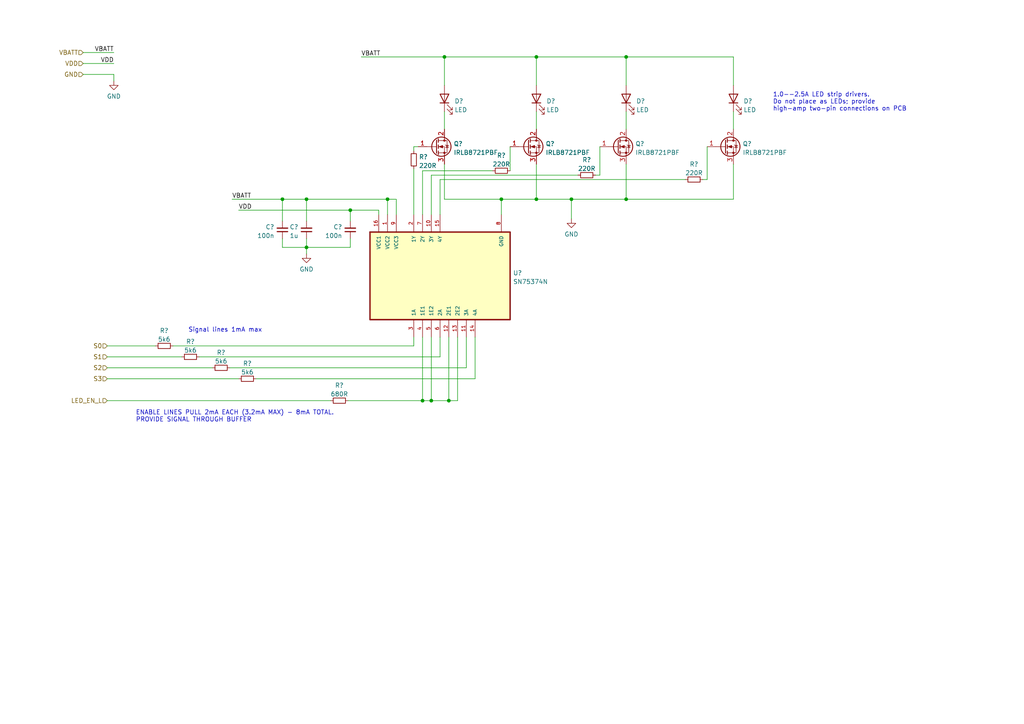
<source format=kicad_sch>
(kicad_sch (version 20211123) (generator eeschema)

  (uuid 1c54b71a-a5ef-4462-b363-c91e4e7cea2b)

  (paper "A4")

  (lib_symbols
    (symbol "Aaron-MOSFET-Drivers:SN75374N" (pin_names (offset 1.016)) (in_bom yes) (on_board yes)
      (property "Reference" "U" (id 0) (at -12.7 21.3106 0)
        (effects (font (size 1.27 1.27)) (justify left bottom))
      )
      (property "Value" "SN75374N" (id 1) (at -12.7 -24.3078 0)
        (effects (font (size 1.27 1.27)) (justify left bottom))
      )
      (property "Footprint" "Aaron_TI_Parts:TI_N_R-PDIP-T16" (id 2) (at 0 0 0)
        (effects (font (size 1.27 1.27)) (justify left bottom) hide)
      )
      (property "Datasheet" "https://www.ti.com/lit/ds/symlink/sn75374.pdf" (id 3) (at 0 0 0)
        (effects (font (size 1.27 1.27)) (justify left bottom) hide)
      )
      (property "ki_keywords" "MOSFET Power" (id 4) (at 0 0 0)
        (effects (font (size 1.27 1.27)) hide)
      )
      (property "ki_description" "Quad MOSFET Driver (inverting)" (id 5) (at 0 0 0)
        (effects (font (size 1.27 1.27)) hide)
      )
      (symbol "SN75374N_0_0"
        (rectangle (start -12.7 -20.32) (end 12.7 20.32)
          (stroke (width 0.4064) (type default) (color 0 0 0 0))
          (fill (type background))
        )
        (pin power_in line (at 17.78 15.24 180) (length 5.08)
          (name "VCC2" (effects (font (size 1.016 1.016))))
          (number "1" (effects (font (size 1.016 1.016))))
        )
        (pin output line (at 17.78 2.54 180) (length 5.08)
          (name "3Y" (effects (font (size 1.016 1.016))))
          (number "10" (effects (font (size 1.016 1.016))))
        )
        (pin input line (at -17.78 -7.62 0) (length 5.08)
          (name "3A" (effects (font (size 1.016 1.016))))
          (number "11" (effects (font (size 1.016 1.016))))
        )
        (pin input line (at -17.78 -2.54 0) (length 5.08)
          (name "2E1" (effects (font (size 1.016 1.016))))
          (number "12" (effects (font (size 1.016 1.016))))
        )
        (pin input line (at -17.78 -5.08 0) (length 5.08)
          (name "2E2" (effects (font (size 1.016 1.016))))
          (number "13" (effects (font (size 1.016 1.016))))
        )
        (pin input line (at -17.78 -10.16 0) (length 5.08)
          (name "4A" (effects (font (size 1.016 1.016))))
          (number "14" (effects (font (size 1.016 1.016))))
        )
        (pin output line (at 17.78 0 180) (length 5.08)
          (name "4Y" (effects (font (size 1.016 1.016))))
          (number "15" (effects (font (size 1.016 1.016))))
        )
        (pin power_in line (at 17.78 17.78 180) (length 5.08)
          (name "VCC1" (effects (font (size 1.016 1.016))))
          (number "16" (effects (font (size 1.016 1.016))))
        )
        (pin output line (at 17.78 7.62 180) (length 5.08)
          (name "1Y" (effects (font (size 1.016 1.016))))
          (number "2" (effects (font (size 1.016 1.016))))
        )
        (pin input line (at -17.78 7.62 0) (length 5.08)
          (name "1A" (effects (font (size 1.016 1.016))))
          (number "3" (effects (font (size 1.016 1.016))))
        )
        (pin input line (at -17.78 5.08 0) (length 5.08)
          (name "1E1" (effects (font (size 1.016 1.016))))
          (number "4" (effects (font (size 1.016 1.016))))
        )
        (pin input line (at -17.78 2.54 0) (length 5.08)
          (name "1E2" (effects (font (size 1.016 1.016))))
          (number "5" (effects (font (size 1.016 1.016))))
        )
        (pin input line (at -17.78 0 0) (length 5.08)
          (name "2A" (effects (font (size 1.016 1.016))))
          (number "6" (effects (font (size 1.016 1.016))))
        )
        (pin output line (at 17.78 5.08 180) (length 5.08)
          (name "2Y" (effects (font (size 1.016 1.016))))
          (number "7" (effects (font (size 1.016 1.016))))
        )
        (pin power_in line (at 17.78 -17.78 180) (length 5.08)
          (name "GND" (effects (font (size 1.016 1.016))))
          (number "8" (effects (font (size 1.016 1.016))))
        )
        (pin power_in line (at 17.78 12.7 180) (length 5.08)
          (name "VCC3" (effects (font (size 1.016 1.016))))
          (number "9" (effects (font (size 1.016 1.016))))
        )
      )
    )
    (symbol "Device:C_Small" (pin_numbers hide) (pin_names (offset 0.254) hide) (in_bom yes) (on_board yes)
      (property "Reference" "C" (id 0) (at 0.254 1.778 0)
        (effects (font (size 1.27 1.27)) (justify left))
      )
      (property "Value" "C_Small" (id 1) (at 0.254 -2.032 0)
        (effects (font (size 1.27 1.27)) (justify left))
      )
      (property "Footprint" "" (id 2) (at 0 0 0)
        (effects (font (size 1.27 1.27)) hide)
      )
      (property "Datasheet" "~" (id 3) (at 0 0 0)
        (effects (font (size 1.27 1.27)) hide)
      )
      (property "ki_keywords" "capacitor cap" (id 4) (at 0 0 0)
        (effects (font (size 1.27 1.27)) hide)
      )
      (property "ki_description" "Unpolarized capacitor, small symbol" (id 5) (at 0 0 0)
        (effects (font (size 1.27 1.27)) hide)
      )
      (property "ki_fp_filters" "C_*" (id 6) (at 0 0 0)
        (effects (font (size 1.27 1.27)) hide)
      )
      (symbol "C_Small_0_1"
        (polyline
          (pts
            (xy -1.524 -0.508)
            (xy 1.524 -0.508)
          )
          (stroke (width 0.3302) (type default) (color 0 0 0 0))
          (fill (type none))
        )
        (polyline
          (pts
            (xy -1.524 0.508)
            (xy 1.524 0.508)
          )
          (stroke (width 0.3048) (type default) (color 0 0 0 0))
          (fill (type none))
        )
      )
      (symbol "C_Small_1_1"
        (pin passive line (at 0 2.54 270) (length 2.032)
          (name "~" (effects (font (size 1.27 1.27))))
          (number "1" (effects (font (size 1.27 1.27))))
        )
        (pin passive line (at 0 -2.54 90) (length 2.032)
          (name "~" (effects (font (size 1.27 1.27))))
          (number "2" (effects (font (size 1.27 1.27))))
        )
      )
    )
    (symbol "Device:LED" (pin_numbers hide) (pin_names (offset 1.016) hide) (in_bom yes) (on_board yes)
      (property "Reference" "D" (id 0) (at 0 2.54 0)
        (effects (font (size 1.27 1.27)))
      )
      (property "Value" "LED" (id 1) (at 0 -2.54 0)
        (effects (font (size 1.27 1.27)))
      )
      (property "Footprint" "" (id 2) (at 0 0 0)
        (effects (font (size 1.27 1.27)) hide)
      )
      (property "Datasheet" "~" (id 3) (at 0 0 0)
        (effects (font (size 1.27 1.27)) hide)
      )
      (property "ki_keywords" "LED diode" (id 4) (at 0 0 0)
        (effects (font (size 1.27 1.27)) hide)
      )
      (property "ki_description" "Light emitting diode" (id 5) (at 0 0 0)
        (effects (font (size 1.27 1.27)) hide)
      )
      (property "ki_fp_filters" "LED* LED_SMD:* LED_THT:*" (id 6) (at 0 0 0)
        (effects (font (size 1.27 1.27)) hide)
      )
      (symbol "LED_0_1"
        (polyline
          (pts
            (xy -1.27 -1.27)
            (xy -1.27 1.27)
          )
          (stroke (width 0.254) (type default) (color 0 0 0 0))
          (fill (type none))
        )
        (polyline
          (pts
            (xy -1.27 0)
            (xy 1.27 0)
          )
          (stroke (width 0) (type default) (color 0 0 0 0))
          (fill (type none))
        )
        (polyline
          (pts
            (xy 1.27 -1.27)
            (xy 1.27 1.27)
            (xy -1.27 0)
            (xy 1.27 -1.27)
          )
          (stroke (width 0.254) (type default) (color 0 0 0 0))
          (fill (type none))
        )
        (polyline
          (pts
            (xy -3.048 -0.762)
            (xy -4.572 -2.286)
            (xy -3.81 -2.286)
            (xy -4.572 -2.286)
            (xy -4.572 -1.524)
          )
          (stroke (width 0) (type default) (color 0 0 0 0))
          (fill (type none))
        )
        (polyline
          (pts
            (xy -1.778 -0.762)
            (xy -3.302 -2.286)
            (xy -2.54 -2.286)
            (xy -3.302 -2.286)
            (xy -3.302 -1.524)
          )
          (stroke (width 0) (type default) (color 0 0 0 0))
          (fill (type none))
        )
      )
      (symbol "LED_1_1"
        (pin passive line (at -3.81 0 0) (length 2.54)
          (name "K" (effects (font (size 1.27 1.27))))
          (number "1" (effects (font (size 1.27 1.27))))
        )
        (pin passive line (at 3.81 0 180) (length 2.54)
          (name "A" (effects (font (size 1.27 1.27))))
          (number "2" (effects (font (size 1.27 1.27))))
        )
      )
    )
    (symbol "Device:R_Small" (pin_numbers hide) (pin_names (offset 0.254) hide) (in_bom yes) (on_board yes)
      (property "Reference" "R" (id 0) (at 0.762 0.508 0)
        (effects (font (size 1.27 1.27)) (justify left))
      )
      (property "Value" "R_Small" (id 1) (at 0.762 -1.016 0)
        (effects (font (size 1.27 1.27)) (justify left))
      )
      (property "Footprint" "" (id 2) (at 0 0 0)
        (effects (font (size 1.27 1.27)) hide)
      )
      (property "Datasheet" "~" (id 3) (at 0 0 0)
        (effects (font (size 1.27 1.27)) hide)
      )
      (property "ki_keywords" "R resistor" (id 4) (at 0 0 0)
        (effects (font (size 1.27 1.27)) hide)
      )
      (property "ki_description" "Resistor, small symbol" (id 5) (at 0 0 0)
        (effects (font (size 1.27 1.27)) hide)
      )
      (property "ki_fp_filters" "R_*" (id 6) (at 0 0 0)
        (effects (font (size 1.27 1.27)) hide)
      )
      (symbol "R_Small_0_1"
        (rectangle (start -0.762 1.778) (end 0.762 -1.778)
          (stroke (width 0.2032) (type default) (color 0 0 0 0))
          (fill (type none))
        )
      )
      (symbol "R_Small_1_1"
        (pin passive line (at 0 2.54 270) (length 0.762)
          (name "~" (effects (font (size 1.27 1.27))))
          (number "1" (effects (font (size 1.27 1.27))))
        )
        (pin passive line (at 0 -2.54 90) (length 0.762)
          (name "~" (effects (font (size 1.27 1.27))))
          (number "2" (effects (font (size 1.27 1.27))))
        )
      )
    )
    (symbol "Transistor_FET:IRLB8721PBF" (pin_names hide) (in_bom yes) (on_board yes)
      (property "Reference" "Q" (id 0) (at 6.35 1.905 0)
        (effects (font (size 1.27 1.27)) (justify left))
      )
      (property "Value" "IRLB8721PBF" (id 1) (at 6.35 0 0)
        (effects (font (size 1.27 1.27)) (justify left))
      )
      (property "Footprint" "Package_TO_SOT_THT:TO-220-3_Vertical" (id 2) (at 6.35 -1.905 0)
        (effects (font (size 1.27 1.27) italic) (justify left) hide)
      )
      (property "Datasheet" "http://www.infineon.com/dgdl/irlb8721pbf.pdf?fileId=5546d462533600a40153566056732591" (id 3) (at 0 0 0)
        (effects (font (size 1.27 1.27)) (justify left) hide)
      )
      (property "ki_keywords" "N-Channel HEXFET MOSFET Logic-Level" (id 4) (at 0 0 0)
        (effects (font (size 1.27 1.27)) hide)
      )
      (property "ki_description" "62A Id, 30V Vds, 8.7 mOhm Rds, N-Channel HEXFET Power MOSFET, TO-220" (id 5) (at 0 0 0)
        (effects (font (size 1.27 1.27)) hide)
      )
      (property "ki_fp_filters" "TO?220*" (id 6) (at 0 0 0)
        (effects (font (size 1.27 1.27)) hide)
      )
      (symbol "IRLB8721PBF_0_1"
        (polyline
          (pts
            (xy 0.254 0)
            (xy -2.54 0)
          )
          (stroke (width 0) (type default) (color 0 0 0 0))
          (fill (type none))
        )
        (polyline
          (pts
            (xy 0.254 1.905)
            (xy 0.254 -1.905)
          )
          (stroke (width 0.254) (type default) (color 0 0 0 0))
          (fill (type none))
        )
        (polyline
          (pts
            (xy 0.762 -1.27)
            (xy 0.762 -2.286)
          )
          (stroke (width 0.254) (type default) (color 0 0 0 0))
          (fill (type none))
        )
        (polyline
          (pts
            (xy 0.762 0.508)
            (xy 0.762 -0.508)
          )
          (stroke (width 0.254) (type default) (color 0 0 0 0))
          (fill (type none))
        )
        (polyline
          (pts
            (xy 0.762 2.286)
            (xy 0.762 1.27)
          )
          (stroke (width 0.254) (type default) (color 0 0 0 0))
          (fill (type none))
        )
        (polyline
          (pts
            (xy 2.54 2.54)
            (xy 2.54 1.778)
          )
          (stroke (width 0) (type default) (color 0 0 0 0))
          (fill (type none))
        )
        (polyline
          (pts
            (xy 2.54 -2.54)
            (xy 2.54 0)
            (xy 0.762 0)
          )
          (stroke (width 0) (type default) (color 0 0 0 0))
          (fill (type none))
        )
        (polyline
          (pts
            (xy 0.762 -1.778)
            (xy 3.302 -1.778)
            (xy 3.302 1.778)
            (xy 0.762 1.778)
          )
          (stroke (width 0) (type default) (color 0 0 0 0))
          (fill (type none))
        )
        (polyline
          (pts
            (xy 1.016 0)
            (xy 2.032 0.381)
            (xy 2.032 -0.381)
            (xy 1.016 0)
          )
          (stroke (width 0) (type default) (color 0 0 0 0))
          (fill (type outline))
        )
        (polyline
          (pts
            (xy 2.794 0.508)
            (xy 2.921 0.381)
            (xy 3.683 0.381)
            (xy 3.81 0.254)
          )
          (stroke (width 0) (type default) (color 0 0 0 0))
          (fill (type none))
        )
        (polyline
          (pts
            (xy 3.302 0.381)
            (xy 2.921 -0.254)
            (xy 3.683 -0.254)
            (xy 3.302 0.381)
          )
          (stroke (width 0) (type default) (color 0 0 0 0))
          (fill (type none))
        )
        (circle (center 1.651 0) (radius 2.794)
          (stroke (width 0.254) (type default) (color 0 0 0 0))
          (fill (type none))
        )
        (circle (center 2.54 -1.778) (radius 0.254)
          (stroke (width 0) (type default) (color 0 0 0 0))
          (fill (type outline))
        )
        (circle (center 2.54 1.778) (radius 0.254)
          (stroke (width 0) (type default) (color 0 0 0 0))
          (fill (type outline))
        )
      )
      (symbol "IRLB8721PBF_1_1"
        (pin input line (at -5.08 0 0) (length 2.54)
          (name "G" (effects (font (size 1.27 1.27))))
          (number "1" (effects (font (size 1.27 1.27))))
        )
        (pin passive line (at 2.54 5.08 270) (length 2.54)
          (name "D" (effects (font (size 1.27 1.27))))
          (number "2" (effects (font (size 1.27 1.27))))
        )
        (pin passive line (at 2.54 -5.08 90) (length 2.54)
          (name "S" (effects (font (size 1.27 1.27))))
          (number "3" (effects (font (size 1.27 1.27))))
        )
      )
    )
    (symbol "power:GND" (power) (pin_names (offset 0)) (in_bom yes) (on_board yes)
      (property "Reference" "#PWR" (id 0) (at 0 -6.35 0)
        (effects (font (size 1.27 1.27)) hide)
      )
      (property "Value" "GND" (id 1) (at 0 -3.81 0)
        (effects (font (size 1.27 1.27)))
      )
      (property "Footprint" "" (id 2) (at 0 0 0)
        (effects (font (size 1.27 1.27)) hide)
      )
      (property "Datasheet" "" (id 3) (at 0 0 0)
        (effects (font (size 1.27 1.27)) hide)
      )
      (property "ki_keywords" "power-flag" (id 4) (at 0 0 0)
        (effects (font (size 1.27 1.27)) hide)
      )
      (property "ki_description" "Power symbol creates a global label with name \"GND\" , ground" (id 5) (at 0 0 0)
        (effects (font (size 1.27 1.27)) hide)
      )
      (symbol "GND_0_1"
        (polyline
          (pts
            (xy 0 0)
            (xy 0 -1.27)
            (xy 1.27 -1.27)
            (xy 0 -2.54)
            (xy -1.27 -1.27)
            (xy 0 -1.27)
          )
          (stroke (width 0) (type default) (color 0 0 0 0))
          (fill (type none))
        )
      )
      (symbol "GND_1_1"
        (pin power_in line (at 0 0 270) (length 0) hide
          (name "GND" (effects (font (size 1.27 1.27))))
          (number "1" (effects (font (size 1.27 1.27))))
        )
      )
    )
  )

  (junction (at 181.61 57.785) (diameter 0) (color 0 0 0 0)
    (uuid 027a26e2-01c4-4c2a-8b93-5d1844bf213b)
  )
  (junction (at 155.575 57.785) (diameter 0) (color 0 0 0 0)
    (uuid 0980742c-040b-4ca7-85c5-e4aa20da49ea)
  )
  (junction (at 112.395 57.785) (diameter 0) (color 0 0 0 0)
    (uuid 18af3007-9426-423d-8d23-07a462c4fecb)
  )
  (junction (at 88.9 71.755) (diameter 0) (color 0 0 0 0)
    (uuid 19eb9ced-dc51-4a38-b585-fe8d0d450701)
  )
  (junction (at 128.905 16.51) (diameter 0) (color 0 0 0 0)
    (uuid 1e24a5b6-ef59-42aa-8084-24c28488bbf9)
  )
  (junction (at 145.415 57.785) (diameter 0) (color 0 0 0 0)
    (uuid 3bdbedae-831a-43c1-beea-4bb49e1d0ad3)
  )
  (junction (at 181.61 16.51) (diameter 0) (color 0 0 0 0)
    (uuid 44eadf40-6238-4d94-8d99-e9bbbda2d15a)
  )
  (junction (at 130.175 116.205) (diameter 0) (color 0 0 0 0)
    (uuid 487bc82a-ba7e-463b-8b07-c03b321fcf57)
  )
  (junction (at 81.915 57.785) (diameter 0) (color 0 0 0 0)
    (uuid 7fed5907-de60-45a5-9237-339943575c01)
  )
  (junction (at 88.9 57.785) (diameter 0) (color 0 0 0 0)
    (uuid a74ff715-4660-45a3-92ea-1d786d8e10d8)
  )
  (junction (at 122.555 116.205) (diameter 0) (color 0 0 0 0)
    (uuid bab4b40e-7eab-4330-8323-a28667f1e30f)
  )
  (junction (at 155.575 16.51) (diameter 0) (color 0 0 0 0)
    (uuid bda35b56-77c7-47ac-a433-2ac80dcbfe9b)
  )
  (junction (at 165.735 57.785) (diameter 0) (color 0 0 0 0)
    (uuid d841f3b0-9779-45ac-9bfa-e34777b6eb72)
  )
  (junction (at 125.095 116.205) (diameter 0) (color 0 0 0 0)
    (uuid ee909e2a-8f45-40ef-a295-600c9946354d)
  )
  (junction (at 101.6 60.96) (diameter 0) (color 0 0 0 0)
    (uuid f9697cdd-b063-4d91-89ef-af01079683ed)
  )

  (wire (pts (xy 112.395 57.785) (xy 112.395 62.23))
    (stroke (width 0) (type default) (color 0 0 0 0))
    (uuid 00205881-fc7f-432d-bd38-6c7257949824)
  )
  (wire (pts (xy 122.555 116.205) (xy 122.555 97.79))
    (stroke (width 0) (type default) (color 0 0 0 0))
    (uuid 09059395-4c19-4612-8343-ca2505ebe682)
  )
  (wire (pts (xy 104.775 16.51) (xy 128.905 16.51))
    (stroke (width 0) (type default) (color 0 0 0 0))
    (uuid 0a1fa3c9-131b-42ac-83d9-0c8a921079b7)
  )
  (wire (pts (xy 173.99 50.8) (xy 173.99 42.545))
    (stroke (width 0) (type default) (color 0 0 0 0))
    (uuid 0b3648a8-94b5-42cb-9179-e2a2e45cefe5)
  )
  (wire (pts (xy 205.105 52.07) (xy 205.105 42.545))
    (stroke (width 0) (type default) (color 0 0 0 0))
    (uuid 0d6a51c6-3412-44d2-844d-01cf3b0fd392)
  )
  (wire (pts (xy 203.835 52.07) (xy 205.105 52.07))
    (stroke (width 0) (type default) (color 0 0 0 0))
    (uuid 0dbfa4c4-e55a-43e3-812d-28f4913c7d5c)
  )
  (wire (pts (xy 69.215 60.96) (xy 101.6 60.96))
    (stroke (width 0) (type default) (color 0 0 0 0))
    (uuid 0f98181e-b34a-4e66-9899-ee56ff04c1e0)
  )
  (wire (pts (xy 212.725 16.51) (xy 212.725 24.765))
    (stroke (width 0) (type default) (color 0 0 0 0))
    (uuid 16ce09d1-7830-4784-9b0d-a9549f5f24e3)
  )
  (wire (pts (xy 109.855 62.23) (xy 109.855 60.96))
    (stroke (width 0) (type default) (color 0 0 0 0))
    (uuid 17febe0b-f8af-42ed-8520-a9d76f0946e8)
  )
  (wire (pts (xy 155.575 57.785) (xy 155.575 47.625))
    (stroke (width 0) (type default) (color 0 0 0 0))
    (uuid 182102f8-e00e-4502-9895-3c310a53122c)
  )
  (wire (pts (xy 120.015 48.895) (xy 120.015 62.23))
    (stroke (width 0) (type default) (color 0 0 0 0))
    (uuid 195f3c32-12b2-40a0-8b35-61c9ad21ff2a)
  )
  (wire (pts (xy 24.13 15.24) (xy 33.02 15.24))
    (stroke (width 0) (type default) (color 0 0 0 0))
    (uuid 1999e5ea-c35f-4fdb-b6f1-8e71bb236bc7)
  )
  (wire (pts (xy 120.015 42.545) (xy 120.015 43.815))
    (stroke (width 0) (type default) (color 0 0 0 0))
    (uuid 1acf11e5-f950-4bd7-aac1-5d5a9f3506d9)
  )
  (wire (pts (xy 127.635 52.07) (xy 127.635 62.23))
    (stroke (width 0) (type default) (color 0 0 0 0))
    (uuid 1d976a14-370a-4300-a409-71019690aad8)
  )
  (wire (pts (xy 147.955 42.545) (xy 147.955 49.53))
    (stroke (width 0) (type default) (color 0 0 0 0))
    (uuid 23f6ce9b-d101-4462-9ed0-a3a26a64e96e)
  )
  (wire (pts (xy 81.915 69.215) (xy 81.915 71.755))
    (stroke (width 0) (type default) (color 0 0 0 0))
    (uuid 2fb33fe6-6b6e-4e5f-83ed-9c3fcadd02b2)
  )
  (wire (pts (xy 101.6 60.96) (xy 101.6 64.135))
    (stroke (width 0) (type default) (color 0 0 0 0))
    (uuid 3146dc6e-0aa4-4c64-8b42-7aa7be239498)
  )
  (wire (pts (xy 57.785 103.505) (xy 127.635 103.505))
    (stroke (width 0) (type default) (color 0 0 0 0))
    (uuid 31adb056-c72a-4066-ad04-b84b4eaede2d)
  )
  (wire (pts (xy 101.6 71.755) (xy 101.6 69.215))
    (stroke (width 0) (type default) (color 0 0 0 0))
    (uuid 327e73cc-1c5e-45f7-b469-fdef5ec91f68)
  )
  (wire (pts (xy 31.115 103.505) (xy 52.705 103.505))
    (stroke (width 0) (type default) (color 0 0 0 0))
    (uuid 3e128757-6bd4-4842-b165-7a1bc0f5fdf6)
  )
  (wire (pts (xy 135.255 97.79) (xy 135.255 106.68))
    (stroke (width 0) (type default) (color 0 0 0 0))
    (uuid 3fe35957-824c-464f-a528-9aa05dc0c716)
  )
  (wire (pts (xy 120.015 42.545) (xy 121.285 42.545))
    (stroke (width 0) (type default) (color 0 0 0 0))
    (uuid 42ebb4f7-5e42-4ba6-ae3b-331903ee442a)
  )
  (wire (pts (xy 128.905 16.51) (xy 155.575 16.51))
    (stroke (width 0) (type default) (color 0 0 0 0))
    (uuid 477a847a-ef32-4a04-b6d8-801fdb572c94)
  )
  (wire (pts (xy 122.555 49.53) (xy 122.555 62.23))
    (stroke (width 0) (type default) (color 0 0 0 0))
    (uuid 478c7485-756f-452d-88c6-4f06ac8d8c31)
  )
  (wire (pts (xy 128.905 57.785) (xy 145.415 57.785))
    (stroke (width 0) (type default) (color 0 0 0 0))
    (uuid 4829d1d4-0015-4be9-b8fe-419599fffa1e)
  )
  (wire (pts (xy 155.575 16.51) (xy 155.575 24.765))
    (stroke (width 0) (type default) (color 0 0 0 0))
    (uuid 49edcbd7-b89a-4950-a8e2-ef502151db40)
  )
  (wire (pts (xy 24.13 21.59) (xy 33.02 21.59))
    (stroke (width 0) (type default) (color 0 0 0 0))
    (uuid 4d369fe3-3f2b-410d-bf03-df3bb5292065)
  )
  (wire (pts (xy 114.935 62.23) (xy 114.935 57.785))
    (stroke (width 0) (type default) (color 0 0 0 0))
    (uuid 53ed15c8-6808-40ae-8ce5-41a6850c552b)
  )
  (wire (pts (xy 88.9 57.785) (xy 112.395 57.785))
    (stroke (width 0) (type default) (color 0 0 0 0))
    (uuid 56fa3b37-3899-46ba-9c1a-4e18773fde47)
  )
  (wire (pts (xy 67.31 57.785) (xy 81.915 57.785))
    (stroke (width 0) (type default) (color 0 0 0 0))
    (uuid 58e8fe37-45e6-4a69-a91e-ddbee0bb84d3)
  )
  (wire (pts (xy 122.555 49.53) (xy 142.875 49.53))
    (stroke (width 0) (type default) (color 0 0 0 0))
    (uuid 5ab85ccb-0756-409e-b129-63d880489b3d)
  )
  (wire (pts (xy 69.215 109.855) (xy 31.115 109.855))
    (stroke (width 0) (type default) (color 0 0 0 0))
    (uuid 5ae24900-67b0-4420-8da4-315d2629ec30)
  )
  (wire (pts (xy 181.61 32.385) (xy 181.61 37.465))
    (stroke (width 0) (type default) (color 0 0 0 0))
    (uuid 5db40e3f-1d20-44c4-8036-c197cd6c3763)
  )
  (wire (pts (xy 165.735 57.785) (xy 165.735 63.5))
    (stroke (width 0) (type default) (color 0 0 0 0))
    (uuid 5f585738-390b-46d0-b57e-47c1a5c51930)
  )
  (wire (pts (xy 88.9 57.785) (xy 88.9 64.135))
    (stroke (width 0) (type default) (color 0 0 0 0))
    (uuid 5fa8d44a-69b3-420e-837c-be86aaeca009)
  )
  (wire (pts (xy 155.575 16.51) (xy 181.61 16.51))
    (stroke (width 0) (type default) (color 0 0 0 0))
    (uuid 617cde3c-48be-480d-9ffc-a902a0d5b9f1)
  )
  (wire (pts (xy 165.735 57.785) (xy 155.575 57.785))
    (stroke (width 0) (type default) (color 0 0 0 0))
    (uuid 64e8b995-6f30-4cb5-b500-17f22c190d40)
  )
  (wire (pts (xy 132.715 97.79) (xy 132.715 116.205))
    (stroke (width 0) (type default) (color 0 0 0 0))
    (uuid 6660c935-29e2-4ae5-86cc-b8012ffe9956)
  )
  (wire (pts (xy 137.795 109.855) (xy 74.295 109.855))
    (stroke (width 0) (type default) (color 0 0 0 0))
    (uuid 66eb1812-9d5e-4ed5-9f07-a04154c4417e)
  )
  (wire (pts (xy 81.915 64.135) (xy 81.915 57.785))
    (stroke (width 0) (type default) (color 0 0 0 0))
    (uuid 685e94f9-e9fb-4bfd-bb7b-ce1b2596ba98)
  )
  (wire (pts (xy 33.02 21.59) (xy 33.02 23.495))
    (stroke (width 0) (type default) (color 0 0 0 0))
    (uuid 68f65bbf-2552-4d54-a7ae-dfb18f318c2e)
  )
  (wire (pts (xy 128.905 32.385) (xy 128.905 37.465))
    (stroke (width 0) (type default) (color 0 0 0 0))
    (uuid 6935acce-88f3-4a01-a111-b78f088c3e8d)
  )
  (wire (pts (xy 181.61 16.51) (xy 181.61 24.765))
    (stroke (width 0) (type default) (color 0 0 0 0))
    (uuid 6a821629-53a4-44e6-8941-a958118a6fcb)
  )
  (wire (pts (xy 112.395 57.785) (xy 114.935 57.785))
    (stroke (width 0) (type default) (color 0 0 0 0))
    (uuid 6a8a6309-fbb7-4602-b428-5451ca8e506c)
  )
  (wire (pts (xy 181.61 16.51) (xy 212.725 16.51))
    (stroke (width 0) (type default) (color 0 0 0 0))
    (uuid 74395f20-dcbd-44d9-8b89-6ce051be149f)
  )
  (wire (pts (xy 212.725 32.385) (xy 212.725 37.465))
    (stroke (width 0) (type default) (color 0 0 0 0))
    (uuid 7dddfdaa-5d63-4665-aeb8-65958d39fc33)
  )
  (wire (pts (xy 130.175 97.79) (xy 130.175 116.205))
    (stroke (width 0) (type default) (color 0 0 0 0))
    (uuid 84b01bb6-b29f-4c4f-838b-effbf603037e)
  )
  (wire (pts (xy 31.115 116.205) (xy 95.885 116.205))
    (stroke (width 0) (type default) (color 0 0 0 0))
    (uuid 88cd9089-22f0-4549-8cea-47c83544703c)
  )
  (wire (pts (xy 31.115 106.68) (xy 61.595 106.68))
    (stroke (width 0) (type default) (color 0 0 0 0))
    (uuid 8d00733e-97c2-494d-872c-71cefcb16ffd)
  )
  (wire (pts (xy 100.965 116.205) (xy 122.555 116.205))
    (stroke (width 0) (type default) (color 0 0 0 0))
    (uuid 8e500910-5b4a-4e07-8a4d-e4f55cce9ea5)
  )
  (wire (pts (xy 130.175 116.205) (xy 132.715 116.205))
    (stroke (width 0) (type default) (color 0 0 0 0))
    (uuid 8e7dc479-c623-47ba-8a83-ac9c346774fa)
  )
  (wire (pts (xy 212.725 47.625) (xy 212.725 57.785))
    (stroke (width 0) (type default) (color 0 0 0 0))
    (uuid 93bfc75c-6e1e-47c6-8d67-57ecffb67e8f)
  )
  (wire (pts (xy 122.555 116.205) (xy 125.095 116.205))
    (stroke (width 0) (type default) (color 0 0 0 0))
    (uuid 9b8326cc-073b-4cdd-a371-69ccf616b5ae)
  )
  (wire (pts (xy 31.115 100.33) (xy 45.085 100.33))
    (stroke (width 0) (type default) (color 0 0 0 0))
    (uuid 9fb9296c-df01-47c2-ac22-a9265eef5021)
  )
  (wire (pts (xy 24.13 18.415) (xy 33.02 18.415))
    (stroke (width 0) (type default) (color 0 0 0 0))
    (uuid a148b43c-7e34-4fc3-b619-80916e1150d5)
  )
  (wire (pts (xy 181.61 57.785) (xy 165.735 57.785))
    (stroke (width 0) (type default) (color 0 0 0 0))
    (uuid ad1243c4-0083-45f0-bad3-b6f1ba625cc4)
  )
  (wire (pts (xy 81.915 57.785) (xy 88.9 57.785))
    (stroke (width 0) (type default) (color 0 0 0 0))
    (uuid ae9f4a9c-1940-435f-8257-98ebf84ca057)
  )
  (wire (pts (xy 120.015 97.79) (xy 120.015 100.33))
    (stroke (width 0) (type default) (color 0 0 0 0))
    (uuid b3defa1f-7725-439e-aa4e-86693096e2ab)
  )
  (wire (pts (xy 50.165 100.33) (xy 120.015 100.33))
    (stroke (width 0) (type default) (color 0 0 0 0))
    (uuid b733a6ae-1589-44c6-9ec6-33947c141c46)
  )
  (wire (pts (xy 125.095 116.205) (xy 130.175 116.205))
    (stroke (width 0) (type default) (color 0 0 0 0))
    (uuid bb61e2a6-17ce-4f1d-83aa-e43f59c98fac)
  )
  (wire (pts (xy 66.675 106.68) (xy 135.255 106.68))
    (stroke (width 0) (type default) (color 0 0 0 0))
    (uuid bbd0ffb2-635e-479a-9734-43622729199e)
  )
  (wire (pts (xy 145.415 62.23) (xy 145.415 57.785))
    (stroke (width 0) (type default) (color 0 0 0 0))
    (uuid bbdcaffd-7e6c-450a-a957-26163efd5b65)
  )
  (wire (pts (xy 128.905 47.625) (xy 128.905 57.785))
    (stroke (width 0) (type default) (color 0 0 0 0))
    (uuid bd3e631e-b6f0-4fb4-915e-5abd0e68e304)
  )
  (wire (pts (xy 88.9 69.215) (xy 88.9 71.755))
    (stroke (width 0) (type default) (color 0 0 0 0))
    (uuid c4f0a24a-00d3-4027-bed5-24a700f6f182)
  )
  (wire (pts (xy 125.095 97.79) (xy 125.095 116.205))
    (stroke (width 0) (type default) (color 0 0 0 0))
    (uuid ca980692-c311-42e5-bba6-f000c2235bde)
  )
  (wire (pts (xy 172.72 50.8) (xy 173.99 50.8))
    (stroke (width 0) (type default) (color 0 0 0 0))
    (uuid d1b1092b-530a-4787-b901-a280a74e0de3)
  )
  (wire (pts (xy 155.575 32.385) (xy 155.575 37.465))
    (stroke (width 0) (type default) (color 0 0 0 0))
    (uuid d1f5233f-371c-4c80-9d12-d48cad0d4167)
  )
  (wire (pts (xy 137.795 97.79) (xy 137.795 109.855))
    (stroke (width 0) (type default) (color 0 0 0 0))
    (uuid d6932c3c-e9d4-4af0-a81a-e72820d454b7)
  )
  (wire (pts (xy 127.635 52.07) (xy 198.755 52.07))
    (stroke (width 0) (type default) (color 0 0 0 0))
    (uuid db18f1b4-c3fa-4032-b570-45286a22df0a)
  )
  (wire (pts (xy 128.905 16.51) (xy 128.905 24.765))
    (stroke (width 0) (type default) (color 0 0 0 0))
    (uuid e1153dfd-83f2-4922-b98f-5c9b53e62707)
  )
  (wire (pts (xy 125.095 50.8) (xy 125.095 62.23))
    (stroke (width 0) (type default) (color 0 0 0 0))
    (uuid e9b844de-32c8-47e6-9689-6a8b5f0ea151)
  )
  (wire (pts (xy 125.095 50.8) (xy 167.64 50.8))
    (stroke (width 0) (type default) (color 0 0 0 0))
    (uuid eb8c37ee-1a71-40b5-b148-dc6c6215a223)
  )
  (wire (pts (xy 81.915 71.755) (xy 88.9 71.755))
    (stroke (width 0) (type default) (color 0 0 0 0))
    (uuid ec13dc67-35e0-478d-883c-a11b7f6a5c4c)
  )
  (wire (pts (xy 88.9 71.755) (xy 101.6 71.755))
    (stroke (width 0) (type default) (color 0 0 0 0))
    (uuid ec968db6-29ff-4349-b838-e358e05880c7)
  )
  (wire (pts (xy 127.635 103.505) (xy 127.635 97.79))
    (stroke (width 0) (type default) (color 0 0 0 0))
    (uuid ee352053-e0d9-497b-b5db-e166e0182a3e)
  )
  (wire (pts (xy 101.6 60.96) (xy 109.855 60.96))
    (stroke (width 0) (type default) (color 0 0 0 0))
    (uuid ee38f7be-d0a0-4b91-a613-3b549d74b369)
  )
  (wire (pts (xy 88.9 71.755) (xy 88.9 73.66))
    (stroke (width 0) (type default) (color 0 0 0 0))
    (uuid f23a6e40-b1fb-45a6-a342-733dd651f4c3)
  )
  (wire (pts (xy 212.725 57.785) (xy 181.61 57.785))
    (stroke (width 0) (type default) (color 0 0 0 0))
    (uuid f6f10d36-907a-47ee-9a4a-aa0e140e3e77)
  )
  (wire (pts (xy 145.415 57.785) (xy 155.575 57.785))
    (stroke (width 0) (type default) (color 0 0 0 0))
    (uuid fbcafbe9-f4af-446c-a91c-be5603e78f15)
  )
  (wire (pts (xy 181.61 47.625) (xy 181.61 57.785))
    (stroke (width 0) (type default) (color 0 0 0 0))
    (uuid fff22223-8d54-4242-9c81-f1b838590b0f)
  )

  (text "ENABLE LINES PULL 2mA EACH (3.2mA MAX) - 8mA TOTAL.\nPROVIDE SIGNAL THROUGH BUFFER\n"
    (at 39.37 122.555 0)
    (effects (font (size 1.27 1.27)) (justify left bottom))
    (uuid 300e1ff5-88a3-45bb-a313-d520edc1240a)
  )
  (text "1.0--2.5A LED strip drivers.\nDo not place as LEDs; provide \nhigh-amp two-pin connections on PCB"
    (at 224.155 32.385 0)
    (effects (font (size 1.27 1.27)) (justify left bottom))
    (uuid 64ac67b9-3b58-4115-bccf-53ae3bbe7c97)
  )
  (text "Signal lines 1mA max\n" (at 54.61 96.52 0)
    (effects (font (size 1.27 1.27)) (justify left bottom))
    (uuid 7fa090dd-627b-4a8a-bb58-2bdbd123a152)
  )

  (label "VBATT" (at 104.775 16.51 0)
    (effects (font (size 1.27 1.27)) (justify left bottom))
    (uuid 80f59c0d-95ca-4961-bced-a734ba9af7db)
  )
  (label "VBATT" (at 33.02 15.24 180)
    (effects (font (size 1.27 1.27)) (justify right bottom))
    (uuid c7b7cc37-ec38-476c-b8a6-02cb34d65d58)
  )
  (label "VDD" (at 33.02 18.415 180)
    (effects (font (size 1.27 1.27)) (justify right bottom))
    (uuid d815769b-9f39-401b-8248-4972824d46e1)
  )
  (label "VDD" (at 69.215 60.96 0)
    (effects (font (size 1.27 1.27)) (justify left bottom))
    (uuid e39f4869-9ab9-4149-883b-4821b4d21321)
  )
  (label "VBATT" (at 67.31 57.785 0)
    (effects (font (size 1.27 1.27)) (justify left bottom))
    (uuid f6657a57-76af-4b2d-8157-777f75cd10de)
  )

  (hierarchical_label "GND" (shape input) (at 24.13 21.59 180)
    (effects (font (size 1.27 1.27)) (justify right))
    (uuid 037c57d8-4322-4dfe-9d78-fae3475966ca)
  )
  (hierarchical_label "VDD" (shape input) (at 24.13 18.415 180)
    (effects (font (size 1.27 1.27)) (justify right))
    (uuid 1aee227e-4171-4019-8ea5-156d910deb16)
  )
  (hierarchical_label "LED_EN_L" (shape input) (at 31.115 116.205 180)
    (effects (font (size 1.27 1.27)) (justify right))
    (uuid 51c7cf6c-cd05-4273-90b2-7b529bb937c5)
  )
  (hierarchical_label "S2" (shape input) (at 31.115 106.68 180)
    (effects (font (size 1.27 1.27)) (justify right))
    (uuid 64bb1d06-9c35-4214-acf3-f54308644af0)
  )
  (hierarchical_label "VBATT" (shape input) (at 24.13 15.24 180)
    (effects (font (size 1.27 1.27)) (justify right))
    (uuid 8be66b69-fae2-4c54-afc2-6919dbfc1c3b)
  )
  (hierarchical_label "S1" (shape input) (at 31.115 103.505 180)
    (effects (font (size 1.27 1.27)) (justify right))
    (uuid c43adc70-f55b-432d-ae52-5371f2849376)
  )
  (hierarchical_label "S3" (shape input) (at 31.115 109.855 180)
    (effects (font (size 1.27 1.27)) (justify right))
    (uuid d7d6b767-8488-4da2-a78c-a14219a87c9f)
  )
  (hierarchical_label "S0" (shape input) (at 31.115 100.33 180)
    (effects (font (size 1.27 1.27)) (justify right))
    (uuid de62c0a7-3bbc-4b56-ac59-d4daa94cf44b)
  )

  (symbol (lib_id "Device:R_Small") (at 145.415 49.53 90) (unit 1)
    (in_bom yes) (on_board yes) (fields_autoplaced)
    (uuid 0b61b791-c93d-4e5e-8612-a51647bd4653)
    (property "Reference" "R?" (id 0) (at 145.415 45.0936 90))
    (property "Value" "220R" (id 1) (at 145.415 47.6305 90))
    (property "Footprint" "" (id 2) (at 145.415 49.53 0)
      (effects (font (size 1.27 1.27)) hide)
    )
    (property "Datasheet" "~" (id 3) (at 145.415 49.53 0)
      (effects (font (size 1.27 1.27)) hide)
    )
    (pin "1" (uuid d425190b-14ed-4c77-a300-5d108fe50f54))
    (pin "2" (uuid f9506a19-f035-4fe7-ab76-dd20d6dcfcd9))
  )

  (symbol (lib_id "Device:R_Small") (at 120.015 46.355 0) (unit 1)
    (in_bom yes) (on_board yes) (fields_autoplaced)
    (uuid 1dbc81f2-857e-4cd8-8c7e-5d0045d8d865)
    (property "Reference" "R?" (id 0) (at 121.5136 45.5203 0)
      (effects (font (size 1.27 1.27)) (justify left))
    )
    (property "Value" "220R" (id 1) (at 121.5136 48.0572 0)
      (effects (font (size 1.27 1.27)) (justify left))
    )
    (property "Footprint" "" (id 2) (at 120.015 46.355 0)
      (effects (font (size 1.27 1.27)) hide)
    )
    (property "Datasheet" "~" (id 3) (at 120.015 46.355 0)
      (effects (font (size 1.27 1.27)) hide)
    )
    (pin "1" (uuid d41bdab7-31c7-491d-af36-ef6ad22d392a))
    (pin "2" (uuid d4d2cc91-1cea-437d-9ff1-7d73cd307af6))
  )

  (symbol (lib_id "Transistor_FET:IRLB8721PBF") (at 126.365 42.545 0) (unit 1)
    (in_bom yes) (on_board yes) (fields_autoplaced)
    (uuid 297ead72-a4fa-4041-9e6d-cf591851a2e1)
    (property "Reference" "Q?" (id 0) (at 131.572 41.7103 0)
      (effects (font (size 1.27 1.27)) (justify left))
    )
    (property "Value" "IRLB8721PBF" (id 1) (at 131.572 44.2472 0)
      (effects (font (size 1.27 1.27)) (justify left))
    )
    (property "Footprint" "Package_TO_SOT_THT:TO-220-3_Vertical" (id 2) (at 132.715 44.45 0)
      (effects (font (size 1.27 1.27) italic) (justify left) hide)
    )
    (property "Datasheet" "http://www.infineon.com/dgdl/irlb8721pbf.pdf?fileId=5546d462533600a40153566056732591" (id 3) (at 126.365 42.545 0)
      (effects (font (size 1.27 1.27)) (justify left) hide)
    )
    (pin "1" (uuid b5b3da46-42ad-4731-9ce4-ab62b9ccedb7))
    (pin "2" (uuid d012336a-c822-4ad9-b694-344f9e761ddc))
    (pin "3" (uuid a5dd78c9-0322-41a5-9b53-1eee7f96c3d2))
  )

  (symbol (lib_id "Aaron-MOSFET-Drivers:SN75374N") (at 127.635 80.01 90) (unit 1)
    (in_bom yes) (on_board yes) (fields_autoplaced)
    (uuid 30fe83af-b89d-4d61-b765-f24eb984dae2)
    (property "Reference" "U?" (id 0) (at 148.7932 79.1753 90)
      (effects (font (size 1.27 1.27)) (justify right))
    )
    (property "Value" "SN75374N" (id 1) (at 148.7932 81.7122 90)
      (effects (font (size 1.27 1.27)) (justify right))
    )
    (property "Footprint" "Aaron_TI_Parts:TI_N_R-PDIP-T16" (id 2) (at 127.635 80.01 0)
      (effects (font (size 1.27 1.27)) (justify left bottom) hide)
    )
    (property "Datasheet" "https://www.ti.com/lit/ds/symlink/sn75374.pdf" (id 3) (at 127.635 80.01 0)
      (effects (font (size 1.27 1.27)) (justify left bottom) hide)
    )
    (pin "1" (uuid 8a2074a3-98db-49f8-84ea-9a7b0c7ae8bb))
    (pin "10" (uuid ea442c45-e6be-4c2b-aefa-a376a43ffc00))
    (pin "11" (uuid 4265b8c5-a12b-4bfc-b864-917e57b4e0d3))
    (pin "12" (uuid e7426c94-46b9-4a0d-ae8f-3e07b1d94206))
    (pin "13" (uuid 9dbdeab3-f416-4b2e-adb6-f9f11eb2e321))
    (pin "14" (uuid 963bcaa4-a35b-444b-a4a8-cc7fb2d53832))
    (pin "15" (uuid b3ecd6c5-9ecc-4b2a-b3ac-2cbef6731b2e))
    (pin "16" (uuid 5b65ec55-2603-43e3-8436-0170e2080feb))
    (pin "2" (uuid 22ce2886-a3ff-4303-9918-e65f284eae8d))
    (pin "3" (uuid 3edfdbc6-91ea-48fd-9729-ec5e19d79bff))
    (pin "4" (uuid 56d4252d-960e-4467-ba83-19fa4deb5f76))
    (pin "5" (uuid 3aff41f7-4c16-4197-aeb9-7a19ca3f9c39))
    (pin "6" (uuid 7e629e0c-12ff-4d77-9ea3-744a91a405f8))
    (pin "7" (uuid be5303d4-dacf-4345-b2fe-91298e3a6ff9))
    (pin "8" (uuid e18d28e2-bce4-44e4-a92d-7d2d8ac9e6ed))
    (pin "9" (uuid 6e1fb05f-2837-4987-85e1-eff2dbad7faf))
  )

  (symbol (lib_id "Device:R_Small") (at 170.18 50.8 90) (unit 1)
    (in_bom yes) (on_board yes) (fields_autoplaced)
    (uuid 3739daa4-abcc-4de0-9df1-8b5874082103)
    (property "Reference" "R?" (id 0) (at 170.18 46.3636 90))
    (property "Value" "220R" (id 1) (at 170.18 48.9005 90))
    (property "Footprint" "" (id 2) (at 170.18 50.8 0)
      (effects (font (size 1.27 1.27)) hide)
    )
    (property "Datasheet" "~" (id 3) (at 170.18 50.8 0)
      (effects (font (size 1.27 1.27)) hide)
    )
    (pin "1" (uuid 7bc6ef2c-50ea-41cd-ac6a-cb45d801af34))
    (pin "2" (uuid efcb3578-aaae-4be7-bc24-11cc8e28d253))
  )

  (symbol (lib_id "Device:LED") (at 212.725 28.575 90) (unit 1)
    (in_bom yes) (on_board yes) (fields_autoplaced)
    (uuid 540c6e04-33e4-4f06-920f-d5fa2b14e6a6)
    (property "Reference" "D?" (id 0) (at 215.646 29.3278 90)
      (effects (font (size 1.27 1.27)) (justify right))
    )
    (property "Value" "LED" (id 1) (at 215.646 31.8647 90)
      (effects (font (size 1.27 1.27)) (justify right))
    )
    (property "Footprint" "" (id 2) (at 212.725 28.575 0)
      (effects (font (size 1.27 1.27)) hide)
    )
    (property "Datasheet" "~" (id 3) (at 212.725 28.575 0)
      (effects (font (size 1.27 1.27)) hide)
    )
    (pin "1" (uuid b456313c-5baf-49d3-ad3f-1ce558359989))
    (pin "2" (uuid 5ba40784-8f1c-48f6-abd3-0856a8debf59))
  )

  (symbol (lib_id "Device:LED") (at 181.61 28.575 90) (unit 1)
    (in_bom yes) (on_board yes) (fields_autoplaced)
    (uuid 56c8ce8e-88f4-4684-83ad-81768249d2ff)
    (property "Reference" "D?" (id 0) (at 184.531 29.3278 90)
      (effects (font (size 1.27 1.27)) (justify right))
    )
    (property "Value" "LED" (id 1) (at 184.531 31.8647 90)
      (effects (font (size 1.27 1.27)) (justify right))
    )
    (property "Footprint" "" (id 2) (at 181.61 28.575 0)
      (effects (font (size 1.27 1.27)) hide)
    )
    (property "Datasheet" "~" (id 3) (at 181.61 28.575 0)
      (effects (font (size 1.27 1.27)) hide)
    )
    (pin "1" (uuid 6c56c35b-4347-42a0-8b2c-28934f86d3ec))
    (pin "2" (uuid 7a44fbb0-f04b-4601-9da7-4456d49a582e))
  )

  (symbol (lib_id "Transistor_FET:IRLB8721PBF") (at 179.07 42.545 0) (unit 1)
    (in_bom yes) (on_board yes) (fields_autoplaced)
    (uuid 5f54653b-eb02-4a0e-8989-515597a58a45)
    (property "Reference" "Q?" (id 0) (at 184.277 41.7103 0)
      (effects (font (size 1.27 1.27)) (justify left))
    )
    (property "Value" "IRLB8721PBF" (id 1) (at 184.277 44.2472 0)
      (effects (font (size 1.27 1.27)) (justify left))
    )
    (property "Footprint" "Package_TO_SOT_THT:TO-220-3_Vertical" (id 2) (at 185.42 44.45 0)
      (effects (font (size 1.27 1.27) italic) (justify left) hide)
    )
    (property "Datasheet" "http://www.infineon.com/dgdl/irlb8721pbf.pdf?fileId=5546d462533600a40153566056732591" (id 3) (at 179.07 42.545 0)
      (effects (font (size 1.27 1.27)) (justify left) hide)
    )
    (pin "1" (uuid cf147b11-4d7a-49fd-b2e2-55c9c4c7b92f))
    (pin "2" (uuid bda88e20-c14d-4e63-9e6c-8b92375ee6b0))
    (pin "3" (uuid 640fa158-3bfc-449a-ada6-721acdd8f4cd))
  )

  (symbol (lib_id "Device:C_Small") (at 88.9 66.675 0) (mirror x) (unit 1)
    (in_bom yes) (on_board yes) (fields_autoplaced)
    (uuid 7b43fbe4-e4d9-482d-9118-430c8c6be224)
    (property "Reference" "C?" (id 0) (at 86.5759 65.8339 0)
      (effects (font (size 1.27 1.27)) (justify right))
    )
    (property "Value" "1u" (id 1) (at 86.5759 68.3708 0)
      (effects (font (size 1.27 1.27)) (justify right))
    )
    (property "Footprint" "" (id 2) (at 88.9 66.675 0)
      (effects (font (size 1.27 1.27)) hide)
    )
    (property "Datasheet" "~" (id 3) (at 88.9 66.675 0)
      (effects (font (size 1.27 1.27)) hide)
    )
    (pin "1" (uuid 831195c1-ba5e-4814-bfb4-e5b7066b6591))
    (pin "2" (uuid c0c4a435-6457-4fc6-9c0a-fc58c6f80a93))
  )

  (symbol (lib_id "power:GND") (at 88.9 73.66 0) (unit 1)
    (in_bom yes) (on_board yes) (fields_autoplaced)
    (uuid 812c5481-9b2f-425e-9b5c-46fa07d5754f)
    (property "Reference" "#PWR0130" (id 0) (at 88.9 80.01 0)
      (effects (font (size 1.27 1.27)) hide)
    )
    (property "Value" "GND" (id 1) (at 88.9 78.1034 0))
    (property "Footprint" "" (id 2) (at 88.9 73.66 0)
      (effects (font (size 1.27 1.27)) hide)
    )
    (property "Datasheet" "" (id 3) (at 88.9 73.66 0)
      (effects (font (size 1.27 1.27)) hide)
    )
    (pin "1" (uuid 7afb5150-588a-484d-b1da-d1b1f897c2d6))
  )

  (symbol (lib_id "Transistor_FET:IRLB8721PBF") (at 153.035 42.545 0) (unit 1)
    (in_bom yes) (on_board yes) (fields_autoplaced)
    (uuid 87be6bbd-26ab-4c15-97d2-790a4b9e56c6)
    (property "Reference" "Q?" (id 0) (at 158.242 41.7103 0)
      (effects (font (size 1.27 1.27)) (justify left))
    )
    (property "Value" "IRLB8721PBF" (id 1) (at 158.242 44.2472 0)
      (effects (font (size 1.27 1.27)) (justify left))
    )
    (property "Footprint" "Package_TO_SOT_THT:TO-220-3_Vertical" (id 2) (at 159.385 44.45 0)
      (effects (font (size 1.27 1.27) italic) (justify left) hide)
    )
    (property "Datasheet" "http://www.infineon.com/dgdl/irlb8721pbf.pdf?fileId=5546d462533600a40153566056732591" (id 3) (at 153.035 42.545 0)
      (effects (font (size 1.27 1.27)) (justify left) hide)
    )
    (pin "1" (uuid 1bb9fee8-a43c-4716-b9ca-b164164551f5))
    (pin "2" (uuid ac158d47-52c4-4f69-a19b-fa9a363000ed))
    (pin "3" (uuid 7d76fa80-9716-4d4a-89dc-459191d23ece))
  )

  (symbol (lib_id "Device:R_Small") (at 64.135 106.68 90) (unit 1)
    (in_bom yes) (on_board yes) (fields_autoplaced)
    (uuid 93359b43-7371-4c64-87a5-2360b84990ff)
    (property "Reference" "R?" (id 0) (at 64.135 102.2436 90))
    (property "Value" "5k6" (id 1) (at 64.135 104.7805 90))
    (property "Footprint" "" (id 2) (at 64.135 106.68 0)
      (effects (font (size 1.27 1.27)) hide)
    )
    (property "Datasheet" "~" (id 3) (at 64.135 106.68 0)
      (effects (font (size 1.27 1.27)) hide)
    )
    (pin "1" (uuid 1c7a58b4-d8e0-4831-86eb-69916e795a0b))
    (pin "2" (uuid 633255a6-5dfc-4a77-8b16-852aaaa6dfd6))
  )

  (symbol (lib_id "Device:LED") (at 155.575 28.575 90) (unit 1)
    (in_bom yes) (on_board yes) (fields_autoplaced)
    (uuid 9dc4a27e-d0d9-4211-971a-559a5f7cb72c)
    (property "Reference" "D?" (id 0) (at 158.496 29.3278 90)
      (effects (font (size 1.27 1.27)) (justify right))
    )
    (property "Value" "LED" (id 1) (at 158.496 31.8647 90)
      (effects (font (size 1.27 1.27)) (justify right))
    )
    (property "Footprint" "" (id 2) (at 155.575 28.575 0)
      (effects (font (size 1.27 1.27)) hide)
    )
    (property "Datasheet" "~" (id 3) (at 155.575 28.575 0)
      (effects (font (size 1.27 1.27)) hide)
    )
    (pin "1" (uuid 7dda304f-2127-4854-b120-f7e40d7a1ea9))
    (pin "2" (uuid c7368ba0-50e1-422a-b62b-0334ef0423ae))
  )

  (symbol (lib_id "Device:LED") (at 128.905 28.575 90) (unit 1)
    (in_bom yes) (on_board yes) (fields_autoplaced)
    (uuid af2f15d4-c3a9-4542-81f7-383d7b81cdcd)
    (property "Reference" "D?" (id 0) (at 131.826 29.3278 90)
      (effects (font (size 1.27 1.27)) (justify right))
    )
    (property "Value" "LED" (id 1) (at 131.826 31.8647 90)
      (effects (font (size 1.27 1.27)) (justify right))
    )
    (property "Footprint" "" (id 2) (at 128.905 28.575 0)
      (effects (font (size 1.27 1.27)) hide)
    )
    (property "Datasheet" "~" (id 3) (at 128.905 28.575 0)
      (effects (font (size 1.27 1.27)) hide)
    )
    (pin "1" (uuid 055d653b-7e3e-4b22-8038-1498d27ca89e))
    (pin "2" (uuid df069792-98b9-4759-b70e-d819521407a0))
  )

  (symbol (lib_id "Device:R_Small") (at 55.245 103.505 90) (unit 1)
    (in_bom yes) (on_board yes) (fields_autoplaced)
    (uuid b8c299c7-cfb9-42a0-8486-d2cd29cb6911)
    (property "Reference" "R?" (id 0) (at 55.245 99.0686 90))
    (property "Value" "5k6" (id 1) (at 55.245 101.6055 90))
    (property "Footprint" "" (id 2) (at 55.245 103.505 0)
      (effects (font (size 1.27 1.27)) hide)
    )
    (property "Datasheet" "~" (id 3) (at 55.245 103.505 0)
      (effects (font (size 1.27 1.27)) hide)
    )
    (pin "1" (uuid b9c4dfeb-7cf7-4baf-82f1-e8c2ae664d9a))
    (pin "2" (uuid 9fc9b73e-86f0-436e-8f69-c20ff86aca10))
  )

  (symbol (lib_id "Device:R_Small") (at 201.295 52.07 90) (unit 1)
    (in_bom yes) (on_board yes) (fields_autoplaced)
    (uuid bf2a4f30-ddb1-492f-8b17-283050d31010)
    (property "Reference" "R?" (id 0) (at 201.295 47.6336 90))
    (property "Value" "220R" (id 1) (at 201.295 50.1705 90))
    (property "Footprint" "" (id 2) (at 201.295 52.07 0)
      (effects (font (size 1.27 1.27)) hide)
    )
    (property "Datasheet" "~" (id 3) (at 201.295 52.07 0)
      (effects (font (size 1.27 1.27)) hide)
    )
    (pin "1" (uuid f84afbaa-d642-494c-bba8-be3e62e701fb))
    (pin "2" (uuid b3214507-c2f3-4c61-ac32-4437f70aff1c))
  )

  (symbol (lib_id "Device:C_Small") (at 101.6 66.675 0) (mirror x) (unit 1)
    (in_bom yes) (on_board yes) (fields_autoplaced)
    (uuid cf8ba1db-cf38-4c03-8e7e-6b90423b4854)
    (property "Reference" "C?" (id 0) (at 99.2759 65.8339 0)
      (effects (font (size 1.27 1.27)) (justify right))
    )
    (property "Value" "100n" (id 1) (at 99.2759 68.3708 0)
      (effects (font (size 1.27 1.27)) (justify right))
    )
    (property "Footprint" "" (id 2) (at 101.6 66.675 0)
      (effects (font (size 1.27 1.27)) hide)
    )
    (property "Datasheet" "~" (id 3) (at 101.6 66.675 0)
      (effects (font (size 1.27 1.27)) hide)
    )
    (pin "1" (uuid 6778ea70-1e2a-4cef-9790-a8d599e110e1))
    (pin "2" (uuid 64cea123-fc90-4b5e-b9df-acace91b685b))
  )

  (symbol (lib_id "Device:R_Small") (at 98.425 116.205 90) (unit 1)
    (in_bom yes) (on_board yes) (fields_autoplaced)
    (uuid dbc58006-6abf-42db-a158-2ffcde4cf7db)
    (property "Reference" "R?" (id 0) (at 98.425 111.7686 90))
    (property "Value" "680R" (id 1) (at 98.425 114.3055 90))
    (property "Footprint" "" (id 2) (at 98.425 116.205 0)
      (effects (font (size 1.27 1.27)) hide)
    )
    (property "Datasheet" "~" (id 3) (at 98.425 116.205 0)
      (effects (font (size 1.27 1.27)) hide)
    )
    (pin "1" (uuid 46a718ad-f699-4ad8-9b3b-26ca24d06131))
    (pin "2" (uuid 4730438f-5728-4022-82c9-17bef07662c8))
  )

  (symbol (lib_id "Device:R_Small") (at 71.755 109.855 90) (unit 1)
    (in_bom yes) (on_board yes) (fields_autoplaced)
    (uuid e0e4db56-98f0-4019-9ea6-8e3e11857708)
    (property "Reference" "R?" (id 0) (at 71.755 105.4186 90))
    (property "Value" "5k6" (id 1) (at 71.755 107.9555 90))
    (property "Footprint" "" (id 2) (at 71.755 109.855 0)
      (effects (font (size 1.27 1.27)) hide)
    )
    (property "Datasheet" "~" (id 3) (at 71.755 109.855 0)
      (effects (font (size 1.27 1.27)) hide)
    )
    (pin "1" (uuid 8a13e08c-8230-4455-9bfd-03b6ab61cddd))
    (pin "2" (uuid b3232a6d-7ed9-4642-a5a8-bae458b932e2))
  )

  (symbol (lib_id "power:GND") (at 165.735 63.5 0) (unit 1)
    (in_bom yes) (on_board yes) (fields_autoplaced)
    (uuid e63ec6ab-cf93-4abf-8fbd-876ca0e6dd8a)
    (property "Reference" "#PWR0128" (id 0) (at 165.735 69.85 0)
      (effects (font (size 1.27 1.27)) hide)
    )
    (property "Value" "GND" (id 1) (at 165.735 67.9434 0))
    (property "Footprint" "" (id 2) (at 165.735 63.5 0)
      (effects (font (size 1.27 1.27)) hide)
    )
    (property "Datasheet" "" (id 3) (at 165.735 63.5 0)
      (effects (font (size 1.27 1.27)) hide)
    )
    (pin "1" (uuid f38cf1ac-05ef-440a-8edf-45257e0a44f3))
  )

  (symbol (lib_id "Transistor_FET:IRLB8721PBF") (at 210.185 42.545 0) (unit 1)
    (in_bom yes) (on_board yes) (fields_autoplaced)
    (uuid f1728c62-591f-40f5-a0f8-22e5ced44247)
    (property "Reference" "Q?" (id 0) (at 215.392 41.7103 0)
      (effects (font (size 1.27 1.27)) (justify left))
    )
    (property "Value" "IRLB8721PBF" (id 1) (at 215.392 44.2472 0)
      (effects (font (size 1.27 1.27)) (justify left))
    )
    (property "Footprint" "Package_TO_SOT_THT:TO-220-3_Vertical" (id 2) (at 216.535 44.45 0)
      (effects (font (size 1.27 1.27) italic) (justify left) hide)
    )
    (property "Datasheet" "http://www.infineon.com/dgdl/irlb8721pbf.pdf?fileId=5546d462533600a40153566056732591" (id 3) (at 210.185 42.545 0)
      (effects (font (size 1.27 1.27)) (justify left) hide)
    )
    (pin "1" (uuid d0782cff-501c-442a-add3-2fc99ae1101a))
    (pin "2" (uuid 336c946e-67f2-4020-906a-c4efe8118b14))
    (pin "3" (uuid 25d41212-12cb-40db-b714-e388d0d24dd3))
  )

  (symbol (lib_id "power:GND") (at 33.02 23.495 0) (unit 1)
    (in_bom yes) (on_board yes) (fields_autoplaced)
    (uuid f939b734-8de8-43f3-bba0-7d3f1f991a9d)
    (property "Reference" "#PWR0129" (id 0) (at 33.02 29.845 0)
      (effects (font (size 1.27 1.27)) hide)
    )
    (property "Value" "GND" (id 1) (at 33.02 27.9384 0))
    (property "Footprint" "" (id 2) (at 33.02 23.495 0)
      (effects (font (size 1.27 1.27)) hide)
    )
    (property "Datasheet" "" (id 3) (at 33.02 23.495 0)
      (effects (font (size 1.27 1.27)) hide)
    )
    (pin "1" (uuid d5fce2db-9dc5-4874-b31e-15dcd9b0322c))
  )

  (symbol (lib_id "Device:C_Small") (at 81.915 66.675 0) (mirror x) (unit 1)
    (in_bom yes) (on_board yes) (fields_autoplaced)
    (uuid fd752833-d2a2-4c3a-89a8-1a6e5fc30b8c)
    (property "Reference" "C?" (id 0) (at 79.5909 65.8339 0)
      (effects (font (size 1.27 1.27)) (justify right))
    )
    (property "Value" "100n" (id 1) (at 79.5909 68.3708 0)
      (effects (font (size 1.27 1.27)) (justify right))
    )
    (property "Footprint" "" (id 2) (at 81.915 66.675 0)
      (effects (font (size 1.27 1.27)) hide)
    )
    (property "Datasheet" "~" (id 3) (at 81.915 66.675 0)
      (effects (font (size 1.27 1.27)) hide)
    )
    (pin "1" (uuid adbe7f85-3097-41e2-98c1-244bf49bb00e))
    (pin "2" (uuid 9479bd4e-dd45-4de2-b1ef-b7f07a2c6472))
  )

  (symbol (lib_id "Device:R_Small") (at 47.625 100.33 90) (unit 1)
    (in_bom yes) (on_board yes) (fields_autoplaced)
    (uuid fe42fae4-6fa1-42d7-956f-29c4c937c4c1)
    (property "Reference" "R?" (id 0) (at 47.625 95.8936 90))
    (property "Value" "5k6" (id 1) (at 47.625 98.4305 90))
    (property "Footprint" "" (id 2) (at 47.625 100.33 0)
      (effects (font (size 1.27 1.27)) hide)
    )
    (property "Datasheet" "~" (id 3) (at 47.625 100.33 0)
      (effects (font (size 1.27 1.27)) hide)
    )
    (pin "1" (uuid 54e5e9f1-489f-457f-ad25-d5edebf68266))
    (pin "2" (uuid d863d619-f059-44c5-9757-9c438ada91ae))
  )
)

</source>
